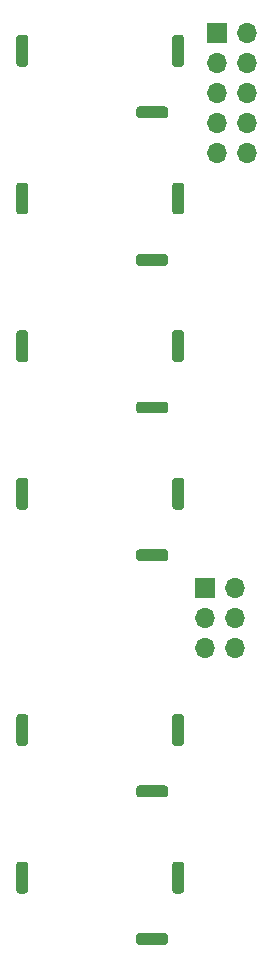
<source format=gbr>
%TF.GenerationSoftware,KiCad,Pcbnew,(5.1.9-0-10_14)*%
%TF.CreationDate,2021-03-07T22:41:29+09:00*%
%TF.ProjectId,jade_hardware,6a616465-5f68-4617-9264-776172652e6b,A*%
%TF.SameCoordinates,Original*%
%TF.FileFunction,Soldermask,Bot*%
%TF.FilePolarity,Negative*%
%FSLAX46Y46*%
G04 Gerber Fmt 4.6, Leading zero omitted, Abs format (unit mm)*
G04 Created by KiCad (PCBNEW (5.1.9-0-10_14)) date 2021-03-07 22:41:29*
%MOMM*%
%LPD*%
G01*
G04 APERTURE LIST*
%ADD10O,1.700000X1.700000*%
%ADD11R,1.700000X1.700000*%
G04 APERTURE END LIST*
%TO.C,J8*%
G36*
G01*
X129600000Y-133200000D02*
X127400000Y-133200000D01*
G75*
G02*
X127150000Y-132950000I0J250000D01*
G01*
X127150000Y-132450000D01*
G75*
G02*
X127400000Y-132200000I250000J0D01*
G01*
X129600000Y-132200000D01*
G75*
G02*
X129850000Y-132450000I0J-250000D01*
G01*
X129850000Y-132950000D01*
G75*
G02*
X129600000Y-133200000I-250000J0D01*
G01*
G37*
G36*
G01*
X130200000Y-128600000D02*
X130200000Y-126400000D01*
G75*
G02*
X130450000Y-126150000I250000J0D01*
G01*
X130950000Y-126150000D01*
G75*
G02*
X131200000Y-126400000I0J-250000D01*
G01*
X131200000Y-128600000D01*
G75*
G02*
X130950000Y-128850000I-250000J0D01*
G01*
X130450000Y-128850000D01*
G75*
G02*
X130200000Y-128600000I0J250000D01*
G01*
G37*
G36*
G01*
X117000000Y-128600000D02*
X117000000Y-126400000D01*
G75*
G02*
X117250000Y-126150000I250000J0D01*
G01*
X117750000Y-126150000D01*
G75*
G02*
X118000000Y-126400000I0J-250000D01*
G01*
X118000000Y-128600000D01*
G75*
G02*
X117750000Y-128850000I-250000J0D01*
G01*
X117250000Y-128850000D01*
G75*
G02*
X117000000Y-128600000I0J250000D01*
G01*
G37*
%TD*%
%TO.C,J7*%
G36*
G01*
X129600000Y-120700000D02*
X127400000Y-120700000D01*
G75*
G02*
X127150000Y-120450000I0J250000D01*
G01*
X127150000Y-119950000D01*
G75*
G02*
X127400000Y-119700000I250000J0D01*
G01*
X129600000Y-119700000D01*
G75*
G02*
X129850000Y-119950000I0J-250000D01*
G01*
X129850000Y-120450000D01*
G75*
G02*
X129600000Y-120700000I-250000J0D01*
G01*
G37*
G36*
G01*
X130200000Y-116100000D02*
X130200000Y-113900000D01*
G75*
G02*
X130450000Y-113650000I250000J0D01*
G01*
X130950000Y-113650000D01*
G75*
G02*
X131200000Y-113900000I0J-250000D01*
G01*
X131200000Y-116100000D01*
G75*
G02*
X130950000Y-116350000I-250000J0D01*
G01*
X130450000Y-116350000D01*
G75*
G02*
X130200000Y-116100000I0J250000D01*
G01*
G37*
G36*
G01*
X117000000Y-116100000D02*
X117000000Y-113900000D01*
G75*
G02*
X117250000Y-113650000I250000J0D01*
G01*
X117750000Y-113650000D01*
G75*
G02*
X118000000Y-113900000I0J-250000D01*
G01*
X118000000Y-116100000D01*
G75*
G02*
X117750000Y-116350000I-250000J0D01*
G01*
X117250000Y-116350000D01*
G75*
G02*
X117000000Y-116100000I0J250000D01*
G01*
G37*
%TD*%
D10*
%TO.C,J6*%
X135540000Y-108080000D03*
X133000000Y-108080000D03*
X135540000Y-105540000D03*
X133000000Y-105540000D03*
X135540000Y-103000000D03*
D11*
X133000000Y-103000000D03*
%TD*%
D10*
%TO.C,J5*%
X136540000Y-66160000D03*
X134000000Y-66160000D03*
X136540000Y-63620000D03*
X134000000Y-63620000D03*
X136540000Y-61080000D03*
X134000000Y-61080000D03*
X136540000Y-58540000D03*
X134000000Y-58540000D03*
X136540000Y-56000000D03*
D11*
X134000000Y-56000000D03*
%TD*%
%TO.C,J4*%
G36*
G01*
X129600000Y-100700000D02*
X127400000Y-100700000D01*
G75*
G02*
X127150000Y-100450000I0J250000D01*
G01*
X127150000Y-99950000D01*
G75*
G02*
X127400000Y-99700000I250000J0D01*
G01*
X129600000Y-99700000D01*
G75*
G02*
X129850000Y-99950000I0J-250000D01*
G01*
X129850000Y-100450000D01*
G75*
G02*
X129600000Y-100700000I-250000J0D01*
G01*
G37*
G36*
G01*
X130200000Y-96100000D02*
X130200000Y-93900000D01*
G75*
G02*
X130450000Y-93650000I250000J0D01*
G01*
X130950000Y-93650000D01*
G75*
G02*
X131200000Y-93900000I0J-250000D01*
G01*
X131200000Y-96100000D01*
G75*
G02*
X130950000Y-96350000I-250000J0D01*
G01*
X130450000Y-96350000D01*
G75*
G02*
X130200000Y-96100000I0J250000D01*
G01*
G37*
G36*
G01*
X117000000Y-96100000D02*
X117000000Y-93900000D01*
G75*
G02*
X117250000Y-93650000I250000J0D01*
G01*
X117750000Y-93650000D01*
G75*
G02*
X118000000Y-93900000I0J-250000D01*
G01*
X118000000Y-96100000D01*
G75*
G02*
X117750000Y-96350000I-250000J0D01*
G01*
X117250000Y-96350000D01*
G75*
G02*
X117000000Y-96100000I0J250000D01*
G01*
G37*
%TD*%
%TO.C,J3*%
G36*
G01*
X129600000Y-88200000D02*
X127400000Y-88200000D01*
G75*
G02*
X127150000Y-87950000I0J250000D01*
G01*
X127150000Y-87450000D01*
G75*
G02*
X127400000Y-87200000I250000J0D01*
G01*
X129600000Y-87200000D01*
G75*
G02*
X129850000Y-87450000I0J-250000D01*
G01*
X129850000Y-87950000D01*
G75*
G02*
X129600000Y-88200000I-250000J0D01*
G01*
G37*
G36*
G01*
X130200000Y-83600000D02*
X130200000Y-81400000D01*
G75*
G02*
X130450000Y-81150000I250000J0D01*
G01*
X130950000Y-81150000D01*
G75*
G02*
X131200000Y-81400000I0J-250000D01*
G01*
X131200000Y-83600000D01*
G75*
G02*
X130950000Y-83850000I-250000J0D01*
G01*
X130450000Y-83850000D01*
G75*
G02*
X130200000Y-83600000I0J250000D01*
G01*
G37*
G36*
G01*
X117000000Y-83600000D02*
X117000000Y-81400000D01*
G75*
G02*
X117250000Y-81150000I250000J0D01*
G01*
X117750000Y-81150000D01*
G75*
G02*
X118000000Y-81400000I0J-250000D01*
G01*
X118000000Y-83600000D01*
G75*
G02*
X117750000Y-83850000I-250000J0D01*
G01*
X117250000Y-83850000D01*
G75*
G02*
X117000000Y-83600000I0J250000D01*
G01*
G37*
%TD*%
%TO.C,J2*%
G36*
G01*
X129600000Y-75700000D02*
X127400000Y-75700000D01*
G75*
G02*
X127150000Y-75450000I0J250000D01*
G01*
X127150000Y-74950000D01*
G75*
G02*
X127400000Y-74700000I250000J0D01*
G01*
X129600000Y-74700000D01*
G75*
G02*
X129850000Y-74950000I0J-250000D01*
G01*
X129850000Y-75450000D01*
G75*
G02*
X129600000Y-75700000I-250000J0D01*
G01*
G37*
G36*
G01*
X130200000Y-71100000D02*
X130200000Y-68900000D01*
G75*
G02*
X130450000Y-68650000I250000J0D01*
G01*
X130950000Y-68650000D01*
G75*
G02*
X131200000Y-68900000I0J-250000D01*
G01*
X131200000Y-71100000D01*
G75*
G02*
X130950000Y-71350000I-250000J0D01*
G01*
X130450000Y-71350000D01*
G75*
G02*
X130200000Y-71100000I0J250000D01*
G01*
G37*
G36*
G01*
X117000000Y-71100000D02*
X117000000Y-68900000D01*
G75*
G02*
X117250000Y-68650000I250000J0D01*
G01*
X117750000Y-68650000D01*
G75*
G02*
X118000000Y-68900000I0J-250000D01*
G01*
X118000000Y-71100000D01*
G75*
G02*
X117750000Y-71350000I-250000J0D01*
G01*
X117250000Y-71350000D01*
G75*
G02*
X117000000Y-71100000I0J250000D01*
G01*
G37*
%TD*%
%TO.C,J1*%
G36*
G01*
X129600000Y-63200000D02*
X127400000Y-63200000D01*
G75*
G02*
X127150000Y-62950000I0J250000D01*
G01*
X127150000Y-62450000D01*
G75*
G02*
X127400000Y-62200000I250000J0D01*
G01*
X129600000Y-62200000D01*
G75*
G02*
X129850000Y-62450000I0J-250000D01*
G01*
X129850000Y-62950000D01*
G75*
G02*
X129600000Y-63200000I-250000J0D01*
G01*
G37*
G36*
G01*
X130200000Y-58600000D02*
X130200000Y-56400000D01*
G75*
G02*
X130450000Y-56150000I250000J0D01*
G01*
X130950000Y-56150000D01*
G75*
G02*
X131200000Y-56400000I0J-250000D01*
G01*
X131200000Y-58600000D01*
G75*
G02*
X130950000Y-58850000I-250000J0D01*
G01*
X130450000Y-58850000D01*
G75*
G02*
X130200000Y-58600000I0J250000D01*
G01*
G37*
G36*
G01*
X117000000Y-58600000D02*
X117000000Y-56400000D01*
G75*
G02*
X117250000Y-56150000I250000J0D01*
G01*
X117750000Y-56150000D01*
G75*
G02*
X118000000Y-56400000I0J-250000D01*
G01*
X118000000Y-58600000D01*
G75*
G02*
X117750000Y-58850000I-250000J0D01*
G01*
X117250000Y-58850000D01*
G75*
G02*
X117000000Y-58600000I0J250000D01*
G01*
G37*
%TD*%
M02*

</source>
